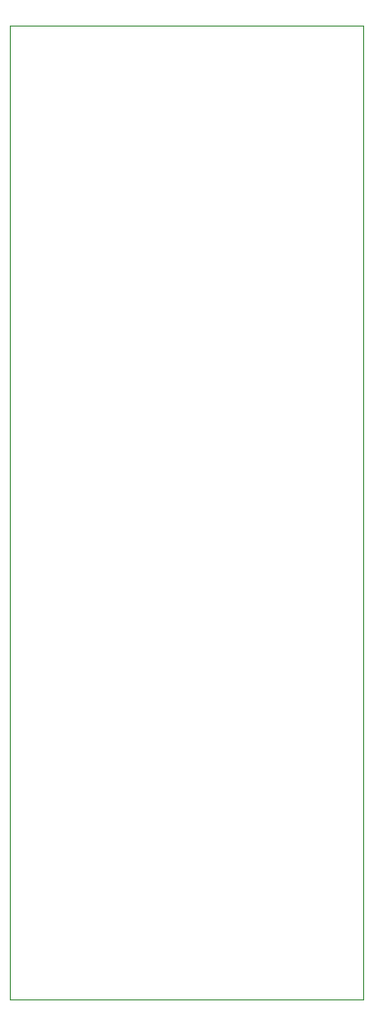
<source format=gbr>
%TF.GenerationSoftware,KiCad,Pcbnew,6.0.3*%
%TF.CreationDate,2022-03-22T19:26:19+01:00*%
%TF.ProjectId,lcdbrd,6c636462-7264-42e6-9b69-6361645f7063,rev?*%
%TF.SameCoordinates,Original*%
%TF.FileFunction,Profile,NP*%
%FSLAX46Y46*%
G04 Gerber Fmt 4.6, Leading zero omitted, Abs format (unit mm)*
G04 Created by KiCad (PCBNEW 6.0.3) date 2022-03-22 19:26:19*
%MOMM*%
%LPD*%
G01*
G04 APERTURE LIST*
%TA.AperFunction,Profile*%
%ADD10C,0.100000*%
%TD*%
G04 APERTURE END LIST*
D10*
X73660000Y-45720000D02*
X104140000Y-45720000D01*
X104140000Y-45720000D02*
X104140000Y-129540000D01*
X104140000Y-129540000D02*
X73660000Y-129540000D01*
X73660000Y-129540000D02*
X73660000Y-45720000D01*
M02*

</source>
